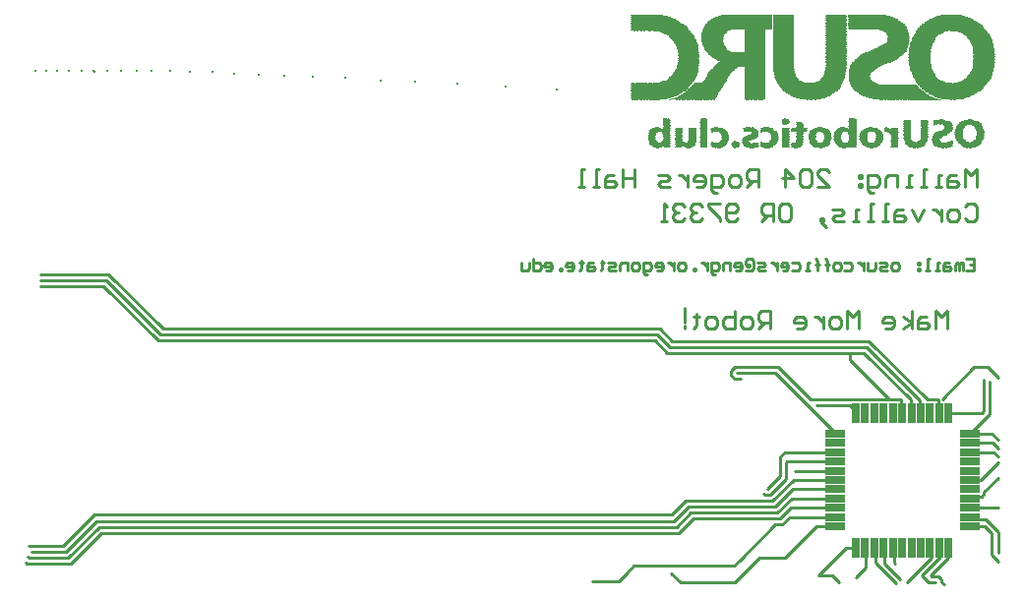
<source format=gbs>
G04 Layer_Color=16711935*
%FSLAX24Y24*%
%MOIN*%
G70*
G01*
G75*
%ADD30C,0.0100*%
%ADD46C,0.0030*%
%ADD78C,0.0080*%
%ADD81R,0.0671X0.0277*%
%ADD82R,0.0277X0.0671*%
D30*
X38846Y19331D02*
X39200Y18976D01*
X38386Y19331D02*
X38846D01*
X37296Y18241D02*
X38386Y19331D01*
X38698Y17839D02*
Y18898D01*
X38654Y17795D02*
X38698Y17839D01*
X37520Y17795D02*
X38654D01*
X38898Y17756D02*
Y18858D01*
X38228Y17087D02*
X38898Y17756D01*
X34173Y19579D02*
Y19822D01*
Y19579D02*
X35512Y18241D01*
X33030Y18041D02*
X34164D01*
X34409Y17795D01*
X30271Y18934D02*
X30472D01*
X30154Y19051D02*
X30271Y18934D01*
X30154Y19051D02*
Y19217D01*
X30271Y19334D01*
X31736D01*
X32830Y18241D01*
X35918D01*
Y17862D02*
Y18241D01*
Y17862D02*
X35984Y17795D01*
X6732Y22080D02*
X8889D01*
X10740Y20230D01*
X27572D01*
X27980Y19822D01*
X34651D01*
Y19822D02*
Y19822D01*
Y19822D02*
X36233Y18241D01*
Y17862D02*
Y18241D01*
Y17862D02*
X36299Y17795D01*
X6732Y22280D02*
X8972D01*
X10823Y20430D01*
X27559D01*
X27655D01*
X28063Y20022D01*
X34734D01*
X36548Y18209D01*
Y17862D02*
Y18209D01*
Y17862D02*
X36614Y17795D01*
X6732Y22480D02*
X9055D01*
X10906Y20630D01*
X18701D01*
X27738D01*
X28145Y20222D01*
X34817D01*
X36799Y18241D01*
X37178D01*
Y17862D02*
Y18241D01*
Y17862D02*
X37244Y17795D01*
X38982Y17087D02*
X39200Y16868D01*
X38268Y17087D02*
X38982D01*
X39014Y16772D02*
X39200Y16585D01*
X38268Y16772D02*
X39014D01*
X39046Y16457D02*
X39200Y16302D01*
X38268Y16457D02*
X39046D01*
X38610Y15512D02*
X39200Y16102D01*
X38268Y15512D02*
X38610D01*
X38713Y15103D02*
X39200Y15591D01*
X38713Y15036D02*
Y15103D01*
X38625Y14948D02*
X38713Y15036D01*
X38334Y14948D02*
X38625D01*
X38268Y14882D02*
X38334Y14948D01*
X39200Y14567D02*
X39200Y14567D01*
X38268Y14567D02*
X39200D01*
X39200Y13039D02*
Y13760D01*
X38775Y14185D02*
X39200Y13760D01*
X38334Y14185D02*
X38775D01*
X38268Y14252D02*
X38334Y14185D01*
X38976Y12980D02*
X39200Y12756D01*
X38976Y12980D02*
Y13071D01*
Y13701D01*
X38740Y13937D02*
X38976Y13701D01*
X38268Y13937D02*
X38740D01*
X37287Y12056D02*
X37362Y11981D01*
X37287Y12056D02*
Y12130D01*
X37169Y12247D02*
X37287Y12130D01*
X36933Y12247D02*
X37169D01*
X36901Y12280D02*
X36933Y12247D01*
X36901Y12280D02*
X37404Y12783D01*
X37405D01*
X37492Y12871D01*
Y13162D01*
X37559Y13228D01*
X36850Y12047D02*
X37087D01*
X36618Y12280D02*
X36850Y12047D01*
X36618Y12280D02*
X37244Y12906D01*
Y13228D01*
X36102Y12047D02*
X36929Y12874D01*
Y13228D01*
X35669Y12717D02*
X35709Y12677D01*
X35669Y12717D02*
Y13228D01*
X35354Y12684D02*
X35889Y12149D01*
X35354Y12684D02*
Y13228D01*
X35039Y12717D02*
X35748Y12008D01*
X35039Y12717D02*
Y13228D01*
X34370Y12205D02*
X34724Y12559D01*
Y13228D01*
X33583Y12283D02*
X33819Y12047D01*
X33110Y12283D02*
X33583D01*
X33110D02*
X34055Y13228D01*
X34409D01*
X28110Y12362D02*
X28425Y12047D01*
X28780D01*
X30276D01*
X31102Y12874D01*
X31969D01*
X32283Y13189D01*
X33031Y13937D01*
X33701D01*
X25433Y12087D02*
X26339D01*
X26614Y12362D01*
X26850Y12598D01*
X27835D01*
X30236D01*
X30433Y12795D01*
X31635Y13997D01*
X31875D01*
X32130Y14252D01*
X33701D01*
X6251Y12708D02*
X6291Y12668D01*
X7768D01*
X8811Y13711D01*
X28378D01*
X28864Y14197D01*
X31792D01*
X32162Y14567D01*
X33701D01*
X6315Y12926D02*
X6374Y12868D01*
X7685D01*
X8728Y13911D01*
X28295D01*
X28781Y14397D01*
X31709D01*
X32194Y14882D01*
X33701D01*
X6457Y13068D02*
X7603D01*
X8645Y14111D01*
X28212D01*
X28645Y14544D01*
X28699Y14597D01*
X31626D01*
X32226Y15197D01*
X33701D01*
X6339Y13268D02*
X7520D01*
X8583Y14331D01*
X10197D01*
X28150D01*
X28616Y14797D01*
X31544D01*
X32259Y15512D01*
X33701D01*
X32323Y15827D02*
X32323Y15827D01*
X33701D01*
X31237Y15055D02*
X31295Y14997D01*
X31461D01*
X32011Y15547D01*
Y16106D01*
X32047Y16142D01*
X32047Y16142D01*
X33701D01*
X31378Y15197D02*
X31811Y15630D01*
Y16299D01*
X31969Y16457D01*
X33701D01*
X30354Y19134D02*
X31654D01*
X33701Y17087D01*
X38483Y25450D02*
Y26050D01*
X38283Y25850D01*
X38083Y26050D01*
Y25450D01*
X37783Y25850D02*
X37583D01*
X37483Y25750D01*
Y25450D01*
X37783D01*
X37883Y25550D01*
X37783Y25650D01*
X37483D01*
X37283Y25450D02*
X37083D01*
X37183D01*
Y25850D01*
X37283D01*
X36783Y25450D02*
X36583D01*
X36683D01*
Y26050D01*
X36783D01*
X36283Y25450D02*
X36083D01*
X36183D01*
Y25850D01*
X36283D01*
X35784Y25450D02*
Y25850D01*
X35484D01*
X35384Y25750D01*
Y25450D01*
X34984Y25250D02*
X34884D01*
X34784Y25350D01*
Y25850D01*
X35084D01*
X35184Y25750D01*
Y25550D01*
X35084Y25450D01*
X34784D01*
X34584Y25850D02*
X34484D01*
Y25750D01*
X34584D01*
Y25850D01*
Y25550D02*
X34484D01*
Y25450D01*
X34584D01*
Y25550D01*
X33084Y25450D02*
X33484D01*
X33084Y25850D01*
Y25950D01*
X33184Y26050D01*
X33384D01*
X33484Y25950D01*
X32884D02*
X32785Y26050D01*
X32585D01*
X32485Y25950D01*
Y25550D01*
X32585Y25450D01*
X32785D01*
X32884Y25550D01*
Y25950D01*
X31985Y25450D02*
Y26050D01*
X32285Y25750D01*
X31885D01*
X31085Y25450D02*
Y26050D01*
X30785D01*
X30685Y25950D01*
Y25750D01*
X30785Y25650D01*
X31085D01*
X30885D02*
X30685Y25450D01*
X30385D02*
X30185D01*
X30085Y25550D01*
Y25750D01*
X30185Y25850D01*
X30385D01*
X30485Y25750D01*
Y25550D01*
X30385Y25450D01*
X29686Y25250D02*
X29586D01*
X29486Y25350D01*
Y25850D01*
X29785D01*
X29885Y25750D01*
Y25550D01*
X29785Y25450D01*
X29486D01*
X28986D02*
X29186D01*
X29286Y25550D01*
Y25750D01*
X29186Y25850D01*
X28986D01*
X28886Y25750D01*
Y25650D01*
X29286D01*
X28686Y25850D02*
Y25450D01*
Y25650D01*
X28586Y25750D01*
X28486Y25850D01*
X28386D01*
X28086Y25450D02*
X27786D01*
X27686Y25550D01*
X27786Y25650D01*
X27986D01*
X28086Y25750D01*
X27986Y25850D01*
X27686D01*
X26886Y26050D02*
Y25450D01*
Y25750D01*
X26487D01*
Y26050D01*
Y25450D01*
X26187Y25850D02*
X25987D01*
X25887Y25750D01*
Y25450D01*
X26187D01*
X26287Y25550D01*
X26187Y25650D01*
X25887D01*
X25687Y25450D02*
X25487D01*
X25587D01*
Y26050D01*
X25687D01*
X25187Y25450D02*
X24987D01*
X25087D01*
Y26050D01*
X25187D01*
X38083Y24790D02*
X38183Y24890D01*
X38383D01*
X38483Y24790D01*
Y24390D01*
X38383Y24290D01*
X38183D01*
X38083Y24390D01*
X37783Y24290D02*
X37583D01*
X37483Y24390D01*
Y24590D01*
X37583Y24690D01*
X37783D01*
X37883Y24590D01*
Y24390D01*
X37783Y24290D01*
X37283Y24690D02*
Y24290D01*
Y24490D01*
X37183Y24590D01*
X37083Y24690D01*
X36983D01*
X36683D02*
X36483Y24290D01*
X36283Y24690D01*
X35983D02*
X35784D01*
X35684Y24590D01*
Y24290D01*
X35983D01*
X36083Y24390D01*
X35983Y24490D01*
X35684D01*
X35484Y24290D02*
X35284D01*
X35384D01*
Y24890D01*
X35484D01*
X34984Y24290D02*
X34784D01*
X34884D01*
Y24890D01*
X34984D01*
X34484Y24290D02*
X34284D01*
X34384D01*
Y24690D01*
X34484D01*
X33984Y24290D02*
X33684D01*
X33584Y24390D01*
X33684Y24490D01*
X33884D01*
X33984Y24590D01*
X33884Y24690D01*
X33584D01*
X33284Y24190D02*
X33184Y24290D01*
Y24390D01*
X33284D01*
Y24290D01*
X33184D01*
X33284Y24190D01*
X33384Y24090D01*
X31885Y24890D02*
X32085D01*
X32185Y24790D01*
Y24390D01*
X32085Y24290D01*
X31885D01*
X31785Y24390D01*
Y24790D01*
X31885Y24890D01*
X31585Y24290D02*
Y24890D01*
X31285D01*
X31185Y24790D01*
Y24590D01*
X31285Y24490D01*
X31585D01*
X31385D02*
X31185Y24290D01*
X30385Y24390D02*
X30285Y24290D01*
X30085D01*
X29985Y24390D01*
Y24790D01*
X30085Y24890D01*
X30285D01*
X30385Y24790D01*
Y24690D01*
X30285Y24590D01*
X29985D01*
X29785Y24890D02*
X29386D01*
Y24790D01*
X29785Y24390D01*
Y24290D01*
X29186Y24790D02*
X29086Y24890D01*
X28886D01*
X28786Y24790D01*
Y24690D01*
X28886Y24590D01*
X28986D01*
X28886D01*
X28786Y24490D01*
Y24390D01*
X28886Y24290D01*
X29086D01*
X29186Y24390D01*
X28586Y24790D02*
X28486Y24890D01*
X28286D01*
X28186Y24790D01*
Y24690D01*
X28286Y24590D01*
X28386D01*
X28286D01*
X28186Y24490D01*
Y24390D01*
X28286Y24290D01*
X28486D01*
X28586Y24390D01*
X27986Y24290D02*
X27786D01*
X27886D01*
Y24890D01*
X27986Y24790D01*
X38123Y23006D02*
X38386D01*
Y22612D01*
X38123D01*
X38386Y22809D02*
X38255D01*
X37992Y22612D02*
Y22875D01*
X37927D01*
X37861Y22809D01*
Y22612D01*
Y22809D01*
X37795Y22875D01*
X37730Y22809D01*
Y22612D01*
X37533Y22875D02*
X37402D01*
X37336Y22809D01*
Y22612D01*
X37533D01*
X37599Y22678D01*
X37533Y22744D01*
X37336D01*
X37205Y22612D02*
X37074D01*
X37140D01*
Y22875D01*
X37205D01*
X36877Y22612D02*
X36746D01*
X36812D01*
Y23006D01*
X36877D01*
X36549Y22875D02*
X36484D01*
Y22809D01*
X36549D01*
Y22875D01*
Y22678D02*
X36484D01*
Y22612D01*
X36549D01*
Y22678D01*
X35762Y22612D02*
X35631D01*
X35565Y22678D01*
Y22809D01*
X35631Y22875D01*
X35762D01*
X35828Y22809D01*
Y22678D01*
X35762Y22612D01*
X35434D02*
X35237D01*
X35172Y22678D01*
X35237Y22744D01*
X35368D01*
X35434Y22809D01*
X35368Y22875D01*
X35172D01*
X35040D02*
Y22678D01*
X34975Y22612D01*
X34778D01*
Y22875D01*
X34647D02*
Y22612D01*
Y22744D01*
X34581Y22809D01*
X34516Y22875D01*
X34450D01*
X33991D02*
X34188D01*
X34253Y22809D01*
Y22678D01*
X34188Y22612D01*
X33991D01*
X33794D02*
X33663D01*
X33597Y22678D01*
Y22809D01*
X33663Y22875D01*
X33794D01*
X33860Y22809D01*
Y22678D01*
X33794Y22612D01*
X33401D02*
Y22940D01*
Y22809D01*
X33466D01*
X33335D01*
X33401D01*
Y22940D01*
X33335Y23006D01*
X33073Y22612D02*
Y22940D01*
Y22809D01*
X33138D01*
X33007D01*
X33073D01*
Y22940D01*
X33007Y23006D01*
X32810Y22612D02*
X32679D01*
X32745D01*
Y22875D01*
X32810D01*
X32220D02*
X32417D01*
X32482Y22809D01*
Y22678D01*
X32417Y22612D01*
X32220D01*
X31892D02*
X32023D01*
X32089Y22678D01*
Y22809D01*
X32023Y22875D01*
X31892D01*
X31826Y22809D01*
Y22744D01*
X32089D01*
X31695Y22875D02*
Y22612D01*
Y22744D01*
X31629Y22809D01*
X31564Y22875D01*
X31498D01*
X31302Y22612D02*
X31105D01*
X31039Y22678D01*
X31105Y22744D01*
X31236D01*
X31302Y22809D01*
X31236Y22875D01*
X31039D01*
X30711Y22744D02*
Y22809D01*
X30777D01*
Y22744D01*
X30711D01*
X30646Y22809D01*
Y22940D01*
X30711Y23006D01*
X30842D01*
X30908Y22940D01*
Y22678D01*
X30842Y22612D01*
X30646D01*
X30318D02*
X30449D01*
X30514Y22678D01*
Y22809D01*
X30449Y22875D01*
X30318D01*
X30252Y22809D01*
Y22744D01*
X30514D01*
X30121Y22612D02*
Y22875D01*
X29924D01*
X29858Y22809D01*
Y22612D01*
X29596Y22481D02*
X29530D01*
X29465Y22547D01*
Y22875D01*
X29662D01*
X29727Y22809D01*
Y22678D01*
X29662Y22612D01*
X29465D01*
X29334Y22875D02*
Y22612D01*
Y22744D01*
X29268Y22809D01*
X29202Y22875D01*
X29137D01*
X28940Y22612D02*
Y22678D01*
X28874D01*
Y22612D01*
X28940D01*
X28546D02*
X28415D01*
X28350Y22678D01*
Y22809D01*
X28415Y22875D01*
X28546D01*
X28612Y22809D01*
Y22678D01*
X28546Y22612D01*
X28219Y22875D02*
Y22612D01*
Y22744D01*
X28153Y22809D01*
X28087Y22875D01*
X28022D01*
X27628Y22612D02*
X27759D01*
X27825Y22678D01*
Y22809D01*
X27759Y22875D01*
X27628D01*
X27563Y22809D01*
Y22744D01*
X27825D01*
X27300Y22481D02*
X27235D01*
X27169Y22547D01*
Y22875D01*
X27366D01*
X27431Y22809D01*
Y22678D01*
X27366Y22612D01*
X27169D01*
X26972D02*
X26841D01*
X26775Y22678D01*
Y22809D01*
X26841Y22875D01*
X26972D01*
X27038Y22809D01*
Y22678D01*
X26972Y22612D01*
X26644D02*
Y22875D01*
X26447D01*
X26382Y22809D01*
Y22612D01*
X26251D02*
X26054D01*
X25988Y22678D01*
X26054Y22744D01*
X26185D01*
X26251Y22809D01*
X26185Y22875D01*
X25988D01*
X25791Y22940D02*
Y22875D01*
X25857D01*
X25726D01*
X25791D01*
Y22678D01*
X25726Y22612D01*
X25463Y22875D02*
X25332D01*
X25267Y22809D01*
Y22612D01*
X25463D01*
X25529Y22678D01*
X25463Y22744D01*
X25267D01*
X25070Y22940D02*
Y22875D01*
X25136D01*
X25004D01*
X25070D01*
Y22678D01*
X25004Y22612D01*
X24611D02*
X24742D01*
X24808Y22678D01*
Y22809D01*
X24742Y22875D01*
X24611D01*
X24545Y22809D01*
Y22744D01*
X24808D01*
X24414Y22612D02*
Y22678D01*
X24348D01*
Y22612D01*
X24414D01*
X23889D02*
X24020D01*
X24086Y22678D01*
Y22809D01*
X24020Y22875D01*
X23889D01*
X23824Y22809D01*
Y22744D01*
X24086D01*
X23430Y23006D02*
Y22612D01*
X23627D01*
X23692Y22678D01*
Y22809D01*
X23627Y22875D01*
X23430D01*
X23299D02*
Y22678D01*
X23233Y22612D01*
X23036D01*
Y22875D01*
X37480Y20630D02*
Y21230D01*
X37280Y21030D01*
X37080Y21230D01*
Y20630D01*
X36781Y21030D02*
X36581D01*
X36481Y20930D01*
Y20630D01*
X36781D01*
X36881Y20730D01*
X36781Y20830D01*
X36481D01*
X36281Y20630D02*
Y21230D01*
Y20830D02*
X35981Y21030D01*
X36281Y20830D02*
X35981Y20630D01*
X35381D02*
X35581D01*
X35681Y20730D01*
Y20930D01*
X35581Y21030D01*
X35381D01*
X35281Y20930D01*
Y20830D01*
X35681D01*
X34481Y20630D02*
Y21230D01*
X34281Y21030D01*
X34081Y21230D01*
Y20630D01*
X33782D02*
X33582D01*
X33482Y20730D01*
Y20930D01*
X33582Y21030D01*
X33782D01*
X33881Y20930D01*
Y20730D01*
X33782Y20630D01*
X33282Y21030D02*
Y20630D01*
Y20830D01*
X33182Y20930D01*
X33082Y21030D01*
X32982D01*
X32382Y20630D02*
X32582D01*
X32682Y20730D01*
Y20930D01*
X32582Y21030D01*
X32382D01*
X32282Y20930D01*
Y20830D01*
X32682D01*
X31482Y20630D02*
Y21230D01*
X31182D01*
X31082Y21130D01*
Y20930D01*
X31182Y20830D01*
X31482D01*
X31282D02*
X31082Y20630D01*
X30782D02*
X30583D01*
X30483Y20730D01*
Y20930D01*
X30583Y21030D01*
X30782D01*
X30882Y20930D01*
Y20730D01*
X30782Y20630D01*
X30283Y21230D02*
Y20630D01*
X29983D01*
X29883Y20730D01*
Y20830D01*
Y20930D01*
X29983Y21030D01*
X30283D01*
X29583Y20630D02*
X29383D01*
X29283Y20730D01*
Y20930D01*
X29383Y21030D01*
X29583D01*
X29683Y20930D01*
Y20730D01*
X29583Y20630D01*
X28983Y21130D02*
Y21030D01*
X29083D01*
X28883D01*
X28983D01*
Y20730D01*
X28883Y20630D01*
X28583Y20830D02*
Y21330D01*
Y20730D02*
Y20630D01*
D46*
X27600Y26788D02*
X27630D01*
X27660D02*
X27690D01*
X28657D02*
X28687D01*
X28717D02*
X28747D01*
X29593D02*
X29623D01*
X29683D02*
X29714D01*
X29744D02*
X29774D01*
X30257D02*
X30287D01*
X30771D02*
X30801D01*
X30831D02*
X30861D01*
X30891D02*
X30922D01*
X31284D02*
X31314D01*
X31344D02*
X31375D01*
X31405D02*
X31435D01*
X32281D02*
X32311D01*
X32341D02*
X32371D01*
X33126D02*
X33156D01*
X33187D02*
X33217D01*
X33911D02*
X33942D01*
X33972D02*
X34002D01*
X34848D02*
X34878D01*
X34908D02*
X34938D01*
X36297D02*
X36327D01*
X36358D02*
X36388D01*
X36448D02*
X36478D01*
X37264D02*
X37294D01*
X37324D02*
X37354D01*
X37415D02*
X37445D01*
X38109D02*
X38139D01*
X38200D02*
X38230D01*
X38260D02*
X38290D01*
X27509Y26818D02*
X27781D01*
X27871D02*
X28053D01*
X28234D02*
X28445D01*
X28566D02*
X28808D01*
X29110D02*
X29321D01*
X29502D02*
X29834D01*
X30197D02*
X30378D01*
X30650D02*
X31042D01*
X31163D02*
X31526D01*
X31858D02*
X31948D01*
X31979D02*
X32099D01*
X32190D02*
X32462D01*
X32945D02*
X33307D01*
X33821D02*
X34093D01*
X34153D02*
X34364D01*
X34727D02*
X35059D01*
X35542D02*
X35784D01*
X36176D02*
X36569D01*
X37143D02*
X37566D01*
X38019D02*
X38411D01*
X27479Y26848D02*
X27811D01*
X27841D02*
X28083D01*
X28264D02*
X28475D01*
X28506D02*
X28868D01*
X29110D02*
X29321D01*
X29472D02*
X29895D01*
X30167D02*
X30408D01*
X30589D02*
X31073D01*
X31133D02*
X31556D01*
X31858D02*
X32069D01*
X32220D02*
X32522D01*
X32915D02*
X33398D01*
X33760D02*
X34093D01*
X34123D02*
X34334D01*
X34666D02*
X35119D01*
X35572D02*
X35784D01*
X36146D02*
X36660D01*
X37052D02*
X37626D01*
X37958D02*
X38472D01*
X27418Y26879D02*
X28053D01*
X28264D02*
X28475D01*
X28506D02*
X28898D01*
X29110D02*
X29321D01*
X29472D02*
X29925D01*
X30167D02*
X30408D01*
X30559D02*
X31042D01*
X31133D02*
X31616D01*
X31858D02*
X32099D01*
X32190D02*
X32552D01*
X32885D02*
X33428D01*
X33730D02*
X34123D01*
X34153D02*
X34364D01*
X34606D02*
X35180D01*
X35572D02*
X35784D01*
X36116D02*
X36690D01*
X37022D02*
X37596D01*
X37928D02*
X38532D01*
X27388Y26909D02*
X28053D01*
X28234D02*
X28898D01*
X29110D02*
X29321D01*
X29442D02*
X29985D01*
X30136D02*
X30408D01*
X30529D02*
X31042D01*
X31133D02*
X31646D01*
X31858D02*
X32069D01*
X32190D02*
X32552D01*
X32854D02*
X33458D01*
X33700D02*
X34364D01*
X34576D02*
X35180D01*
X35572D02*
X35784D01*
X36056D02*
X36720D01*
X36992D02*
X37626D01*
X37898D02*
X38562D01*
X27388Y26939D02*
X27720D01*
X27751D02*
X28083D01*
X28264D02*
X28898D01*
X29110D02*
X29321D01*
X29472D02*
X29623D01*
X29653D02*
X29985D01*
X30167D02*
X30408D01*
X30529D02*
X30771D01*
X30891D02*
X30922D01*
X30952D02*
X31042D01*
X31133D02*
X31314D01*
X31344D02*
X31677D01*
X31858D02*
X32069D01*
X32220D02*
X32552D01*
X32824D02*
X33489D01*
X33670D02*
X34364D01*
X34576D02*
X34878D01*
X34908D02*
X35210D01*
X35572D02*
X35784D01*
X36056D02*
X36720D01*
X36962D02*
X37626D01*
X37837D02*
X38592D01*
X27358Y26969D02*
X27630D01*
X27781D02*
X28053D01*
X28234D02*
X28536D01*
X28687D02*
X28928D01*
X29079D02*
X29321D01*
X29472D02*
X29502D01*
X29744D02*
X30016D01*
X30197D02*
X30378D01*
X30499D02*
X30740D01*
X31133D02*
X31163D01*
X31435D02*
X31677D01*
X31858D02*
X32099D01*
X32341D02*
X32583D01*
X32794D02*
X33036D01*
X33247D02*
X33489D01*
X33670D02*
X33911D01*
X34093D02*
X34364D01*
X34546D02*
X34787D01*
X34999D02*
X35240D01*
X35572D02*
X35784D01*
X36025D02*
X36358D01*
X36448D02*
X36750D01*
X36962D02*
X37233D01*
X37475D02*
X37626D01*
X37837D02*
X38170D01*
X38260D02*
X38623D01*
X27358Y26999D02*
X27600D01*
X27811D02*
X28083D01*
X28264D02*
X28475D01*
X28687D02*
X28928D01*
X29110D02*
X29321D01*
X29774D02*
X30016D01*
X30227D02*
X30287D01*
X30529D02*
X30710D01*
X31435D02*
X31707D01*
X31858D02*
X32069D01*
X32341D02*
X32552D01*
X32794D02*
X33036D01*
X33277D02*
X33489D01*
X33640D02*
X33881D01*
X34123D02*
X34364D01*
X34546D02*
X34757D01*
X34999D02*
X35240D01*
X35542D02*
X35784D01*
X36025D02*
X36267D01*
X36478D02*
X36780D01*
X36962D02*
X37203D01*
X37566D02*
X37626D01*
X37807D02*
X38079D01*
X38351D02*
X38623D01*
X27358Y27030D02*
X27569D01*
X27841D02*
X28053D01*
X28234D02*
X28475D01*
X28717D02*
X28928D01*
X29110D02*
X29321D01*
X29804D02*
X30046D01*
X30499D02*
X30771D01*
X31465D02*
X31707D01*
X31858D02*
X32099D01*
X32341D02*
X32583D01*
X32794D02*
X33005D01*
X33277D02*
X33519D01*
X33640D02*
X33881D01*
X34153D02*
X34364D01*
X34515D02*
X34757D01*
X35029D02*
X35270D01*
X35572D02*
X35784D01*
X35995D02*
X36237D01*
X36539D02*
X36780D01*
X36931D02*
X37203D01*
X37807D02*
X38079D01*
X38381D02*
X38653D01*
X27328Y27060D02*
X27569D01*
X27841D02*
X28053D01*
X28264D02*
X28475D01*
X28717D02*
X28928D01*
X29110D02*
X29321D01*
X29804D02*
X30046D01*
X30529D02*
X30801D01*
X31495D02*
X31707D01*
X31858D02*
X32069D01*
X32341D02*
X32583D01*
X32794D02*
X33005D01*
X33307D02*
X33519D01*
X33640D02*
X33851D01*
X34153D02*
X34364D01*
X34515D02*
X34727D01*
X35059D02*
X35270D01*
X35572D02*
X35784D01*
X35995D02*
X36237D01*
X36539D02*
X36780D01*
X36962D02*
X37173D01*
X37777D02*
X38019D01*
X38411D02*
X38653D01*
X27328Y27090D02*
X27539D01*
X27841D02*
X28083D01*
X28234D02*
X28475D01*
X28717D02*
X28928D01*
X29110D02*
X29321D01*
X29834D02*
X30046D01*
X30529D02*
X30922D01*
X31495D02*
X31737D01*
X31858D02*
X32099D01*
X32371D02*
X32583D01*
X32764D02*
X32975D01*
X33307D02*
X33519D01*
X33609D02*
X33851D01*
X34153D02*
X34364D01*
X34485D02*
X34727D01*
X35029D02*
X35270D01*
X35572D02*
X35784D01*
X35995D02*
X36207D01*
X36569D02*
X36780D01*
X36931D02*
X37173D01*
X37777D02*
X38019D01*
X38441D02*
X38683D01*
X27328Y27120D02*
X27569D01*
X27871D02*
X28053D01*
X28234D02*
X28445D01*
X28717D02*
X28928D01*
X29110D02*
X29321D01*
X29834D02*
X30046D01*
X30529D02*
X30982D01*
X31495D02*
X31707D01*
X31858D02*
X32069D01*
X32371D02*
X32552D01*
X32764D02*
X32975D01*
X33307D02*
X33549D01*
X33640D02*
X33851D01*
X34153D02*
X34364D01*
X34515D02*
X34727D01*
X35029D02*
X35270D01*
X35572D02*
X35814D01*
X35965D02*
X36207D01*
X36569D02*
X36780D01*
X36962D02*
X37233D01*
X37747D02*
X37988D01*
X38441D02*
X38683D01*
X27328Y27150D02*
X27539D01*
X27841D02*
X28083D01*
X28264D02*
X28475D01*
X28717D02*
X28928D01*
X29079D02*
X29321D01*
X29804D02*
X30046D01*
X30589D02*
X31012D01*
X31495D02*
X31737D01*
X31858D02*
X32099D01*
X32341D02*
X32583D01*
X32764D02*
X33005D01*
X33307D02*
X33519D01*
X33640D02*
X33851D01*
X34153D02*
X34364D01*
X34515D02*
X34757D01*
X35059D02*
X35270D01*
X35572D02*
X35784D01*
X35995D02*
X36207D01*
X36569D02*
X36811D01*
X36962D02*
X37264D01*
X37747D02*
X37988D01*
X38441D02*
X38713D01*
X27328Y27181D02*
X27539D01*
X27841D02*
X28053D01*
X28264D02*
X28475D01*
X28717D02*
X28928D01*
X29110D02*
X29321D01*
X29834D02*
X30046D01*
X30650D02*
X31042D01*
X31495D02*
X31707D01*
X31858D02*
X32099D01*
X32341D02*
X32583D01*
X32764D02*
X33005D01*
X33307D02*
X33519D01*
X33609D02*
X33851D01*
X34153D02*
X34364D01*
X34485D02*
X34727D01*
X35029D02*
X35270D01*
X35572D02*
X35784D01*
X35995D02*
X36207D01*
X36569D02*
X36811D01*
X36962D02*
X37324D01*
X37747D02*
X37988D01*
X38441D02*
X38683D01*
X27328Y27211D02*
X27569D01*
X27841D02*
X28083D01*
X28234D02*
X28475D01*
X28717D02*
X28928D01*
X29110D02*
X29321D01*
X29804D02*
X30046D01*
X30710D02*
X31042D01*
X31495D02*
X31707D01*
X31858D02*
X32069D01*
X32371D02*
X32552D01*
X32764D02*
X32975D01*
X33307D02*
X33519D01*
X33640D02*
X33851D01*
X34153D02*
X34364D01*
X34515D02*
X34727D01*
X35059D02*
X35270D01*
X35572D02*
X35784D01*
X35965D02*
X36207D01*
X36569D02*
X36780D01*
X36992D02*
X37445D01*
X37747D02*
X37958D01*
X38472D02*
X38713D01*
X27358Y27241D02*
X27569D01*
X27841D02*
X28053D01*
X28264D02*
X28445D01*
X28717D02*
X28928D01*
X29110D02*
X29321D01*
X29804D02*
X30016D01*
X30801D02*
X31042D01*
X31465D02*
X31707D01*
X31858D02*
X32099D01*
X32371D02*
X32583D01*
X32764D02*
X33005D01*
X33277D02*
X33519D01*
X33640D02*
X33881D01*
X34123D02*
X34364D01*
X34515D02*
X34757D01*
X35029D02*
X35270D01*
X35542D02*
X35784D01*
X35965D02*
X36207D01*
X36569D02*
X36811D01*
X37022D02*
X37445D01*
X37717D02*
X37988D01*
X38472D02*
X38683D01*
X27328Y27271D02*
X27569D01*
X27811D02*
X28053D01*
X28234D02*
X28475D01*
X28717D02*
X28928D01*
X29110D02*
X29321D01*
X29774D02*
X30016D01*
X30831D02*
X31042D01*
X31465D02*
X31707D01*
X31858D02*
X32069D01*
X32341D02*
X32583D01*
X32794D02*
X33005D01*
X33277D02*
X33519D01*
X33640D02*
X33881D01*
X34123D02*
X34364D01*
X34515D02*
X34757D01*
X35029D02*
X35240D01*
X35512D02*
X35784D01*
X35995D02*
X36207D01*
X36569D02*
X36780D01*
X37052D02*
X37505D01*
X37747D02*
X37958D01*
X38472D02*
X38713D01*
X27358Y27301D02*
X27630D01*
X27811D02*
X28053D01*
X28264D02*
X28475D01*
X28717D02*
X28928D01*
X29110D02*
X29321D01*
X29472D02*
X29502D01*
X29744D02*
X30016D01*
X30831D02*
X31042D01*
X31133D02*
X31163D01*
X31405D02*
X31677D01*
X31858D02*
X32099D01*
X32371D02*
X32583D01*
X32794D02*
X33036D01*
X33217D02*
X33489D01*
X33640D02*
X33911D01*
X34093D02*
X34364D01*
X34546D02*
X34787D01*
X34999D02*
X35240D01*
X35452D02*
X35814D01*
X35995D02*
X36207D01*
X36569D02*
X36780D01*
X37082D02*
X37535D01*
X37717D02*
X37988D01*
X38472D02*
X38713D01*
X27358Y27332D02*
X27660D01*
X27690D02*
X28053D01*
X28234D02*
X28475D01*
X28717D02*
X28928D01*
X29110D02*
X29321D01*
X29472D02*
X29593D01*
X29623D02*
X29985D01*
X30559D02*
X30620D01*
X30801D02*
X31042D01*
X31163D02*
X31284D01*
X31314D02*
X31677D01*
X31858D02*
X32069D01*
X32220D02*
X32673D01*
X32824D02*
X33096D01*
X33126D02*
X33156D01*
X33187D02*
X33489D01*
X33670D02*
X33972D01*
X34002D02*
X34364D01*
X34546D02*
X34878D01*
X34908D02*
X35210D01*
X35331D02*
X35784D01*
X35965D02*
X36207D01*
X36569D02*
X36811D01*
X37173D02*
X37596D01*
X37747D02*
X37958D01*
X38472D02*
X38713D01*
X27388Y27362D02*
X28053D01*
X28234D02*
X28445D01*
X28717D02*
X28928D01*
X29110D02*
X29321D01*
X29472D02*
X29955D01*
X30559D02*
X31042D01*
X31133D02*
X31646D01*
X31858D02*
X32099D01*
X32190D02*
X32673D01*
X32824D02*
X33458D01*
X33670D02*
X34364D01*
X34576D02*
X35180D01*
X35331D02*
X35784D01*
X35995D02*
X36207D01*
X36569D02*
X36811D01*
X37233D02*
X37596D01*
X37747D02*
X37988D01*
X38472D02*
X38683D01*
X27388Y27392D02*
X28083D01*
X28264D02*
X28475D01*
X28717D02*
X28928D01*
X29110D02*
X29321D01*
X29472D02*
X29925D01*
X30559D02*
X31012D01*
X31133D02*
X31586D01*
X31858D02*
X32069D01*
X32190D02*
X32703D01*
X32854D02*
X33428D01*
X33700D02*
X34123D01*
X34153D02*
X34364D01*
X34606D02*
X35180D01*
X35331D02*
X35542D01*
X35572D02*
X35784D01*
X35965D02*
X36207D01*
X36569D02*
X36780D01*
X37294D02*
X37596D01*
X37747D02*
X37988D01*
X38441D02*
X38683D01*
X27418Y27422D02*
X27811D01*
X27841D02*
X28053D01*
X28234D02*
X28475D01*
X28717D02*
X28928D01*
X29110D02*
X29321D01*
X29442D02*
X29895D01*
X30559D02*
X30982D01*
X31163D02*
X31556D01*
X31858D02*
X32069D01*
X32190D02*
X32673D01*
X32915D02*
X33398D01*
X33730D02*
X34093D01*
X34153D02*
X34364D01*
X34636D02*
X35119D01*
X35331D02*
X35542D01*
X35572D02*
X35784D01*
X35995D02*
X36207D01*
X36569D02*
X36811D01*
X37354D02*
X37626D01*
X37747D02*
X37988D01*
X38441D02*
X38683D01*
X27479Y27452D02*
X27751D01*
X27841D02*
X28083D01*
X28264D02*
X28475D01*
X28717D02*
X28928D01*
X29079D02*
X29321D01*
X29472D02*
X29834D01*
X30529D02*
X30922D01*
X31133D02*
X31526D01*
X31858D02*
X32099D01*
X32220D02*
X32703D01*
X32975D02*
X33307D01*
X33760D02*
X34062D01*
X34153D02*
X34364D01*
X34697D02*
X35089D01*
X35331D02*
X35482D01*
X35572D02*
X35784D01*
X35965D02*
X36207D01*
X36569D02*
X36780D01*
X37384D02*
X37626D01*
X37777D02*
X38019D01*
X38411D02*
X38653D01*
X27569Y27483D02*
X27660D01*
X27841D02*
X28053D01*
X29110D02*
X29321D01*
X29563D02*
X29683D01*
X30650D02*
X30771D01*
X30831D02*
X30861D01*
X31254D02*
X31344D01*
X31375D02*
X31405D01*
X32341D02*
X32583D01*
X33066D02*
X33126D01*
X33156D02*
X33217D01*
X33851D02*
X33911D01*
X33942D02*
X33972D01*
X34153D02*
X34364D01*
X34817D02*
X34908D01*
X35361D02*
X35421D01*
X35995D02*
X36207D01*
X36599D02*
X36811D01*
X37384D02*
X37626D01*
X37777D02*
X38049D01*
X38411D02*
X38653D01*
X27871Y27513D02*
X28083D01*
X29110D02*
X29321D01*
X32371D02*
X32583D01*
X34123D02*
X34364D01*
X35965D02*
X36207D01*
X36569D02*
X36780D01*
X37384D02*
X37596D01*
X37777D02*
X38049D01*
X38381D02*
X38653D01*
X27841Y27543D02*
X28083D01*
X29110D02*
X29321D01*
X32371D02*
X32583D01*
X34153D02*
X34364D01*
X35995D02*
X36207D01*
X36569D02*
X36780D01*
X36992D02*
X37022D01*
X37354D02*
X37626D01*
X37807D02*
X38109D01*
X38321D02*
X38623D01*
X27841Y27573D02*
X28053D01*
X29110D02*
X29321D01*
X31918D02*
X32009D01*
X32341D02*
X32583D01*
X34153D02*
X34364D01*
X35965D02*
X36207D01*
X36569D02*
X36811D01*
X36992D02*
X37113D01*
X37203D02*
X37233D01*
X37294D02*
X37596D01*
X37837D02*
X38170D01*
X38200D02*
X38592D01*
X27841Y27603D02*
X28053D01*
X29110D02*
X29321D01*
X31888D02*
X32069D01*
X32371D02*
X32552D01*
X34153D02*
X34364D01*
X35965D02*
X36207D01*
X36569D02*
X36780D01*
X36992D02*
X37596D01*
X37868D02*
X38592D01*
X27841Y27634D02*
X28083D01*
X29079D02*
X29321D01*
X31858D02*
X32099D01*
X32341D02*
X32492D01*
X34153D02*
X34364D01*
X35995D02*
X36207D01*
X36569D02*
X36811D01*
X36992D02*
X37566D01*
X37868D02*
X38532D01*
X27871Y27664D02*
X28053D01*
X29110D02*
X29321D01*
X31858D02*
X32099D01*
X34153D02*
X34364D01*
X35965D02*
X36207D01*
X36599D02*
X36780D01*
X36992D02*
X37535D01*
X37928D02*
X38502D01*
X27841Y27694D02*
X28053D01*
X29110D02*
X29321D01*
X31858D02*
X32099D01*
X34123D02*
X34364D01*
X35995D02*
X36207D01*
X36569D02*
X36811D01*
X36992D02*
X37505D01*
X37958D02*
X38472D01*
X27841Y27724D02*
X28083D01*
X29110D02*
X29321D01*
X31858D02*
X32069D01*
X34153D02*
X34364D01*
X35995D02*
X36086D01*
X36116D02*
X36207D01*
X36569D02*
X36780D01*
X37022D02*
X37384D01*
X38049D02*
X38351D01*
X27841Y27754D02*
X28053D01*
X29110D02*
X29321D01*
X31888D02*
X32069D01*
X34153D02*
X34364D01*
X37203D02*
X37233D01*
X37264D02*
X37294D01*
X38170D02*
X38200D01*
X38230D02*
X38260D01*
X27841Y27785D02*
X27871D01*
X27902D02*
X27932D01*
X27992D02*
X28022D01*
X29140D02*
X29170D01*
X29200D02*
X29230D01*
X29261D02*
X29291D01*
X31948D02*
X31979D01*
X34153D02*
X34183D01*
X34213D02*
X34244D01*
X34274D02*
X34304D01*
X26758Y28427D02*
X26789D01*
X26819D02*
X26849D01*
X26879D02*
X26909D01*
X26940D02*
X26970D01*
X27030D02*
X27060D01*
X27091D02*
X27121D01*
X27181D02*
X27211D01*
X27272D02*
X27302D01*
X27362D02*
X27393D01*
X27453D02*
X27513D01*
X27544D02*
X27574D01*
X27604D02*
X27634D01*
X27664D02*
X27695D01*
X28057D02*
X28087D01*
X28268D02*
X28299D01*
X28389D02*
X28419D01*
X28480D02*
X28510D01*
X28540D02*
X28570D01*
X28631D02*
X28661D01*
X28721D02*
X28752D01*
X28812D02*
X28842D01*
X28903D02*
X28963D01*
X28993D02*
X29023D01*
X29054D02*
X29084D01*
X29114D02*
X29144D01*
X29205D02*
X29235D01*
X29265D02*
X29295D01*
X29356D02*
X29386D01*
X29446D02*
X29476D01*
X29537D02*
X29567D01*
X30654D02*
X30684D01*
X30715D02*
X30745D01*
X30805D02*
X30835D01*
X30896D02*
X30926D01*
X30986D02*
X31017D01*
X31077D02*
X31137D01*
X31168D02*
X31198D01*
X32708D02*
X32738D01*
X32798D02*
X32829D01*
X32859D02*
X32889D01*
X32980D02*
X33010D01*
X35184D02*
X35214D01*
X35245D02*
X35275D01*
X35335D02*
X35365D01*
X35426D02*
X35486D01*
X35516D02*
X35547D01*
X35577D02*
X35607D01*
X35637D02*
X35667D01*
X35728D02*
X35758D01*
X35788D02*
X35818D01*
X35879D02*
X35909D01*
X35969D02*
X36000D01*
X36030D02*
X36060D01*
X36151D02*
X36211D01*
X36241D02*
X36271D01*
X36302D02*
X36332D01*
X36362D02*
X36392D01*
X36453D02*
X36483D01*
X36513D02*
X36543D01*
X36573D02*
X36604D01*
X36634D02*
X36664D01*
X36694D02*
X36755D01*
X36785D02*
X36815D01*
X36845D02*
X36875D01*
X36906D02*
X36936D01*
X36966D02*
X36996D01*
X37026D02*
X37057D01*
X37087D02*
X37117D01*
X37147D02*
X37177D01*
X37208D02*
X37238D01*
X37570D02*
X37600D01*
X37661D02*
X37691D01*
X37721D02*
X37751D01*
X26758Y28457D02*
X27936D01*
X28117D02*
X29567D01*
X30624D02*
X31288D01*
X32466D02*
X33100D01*
X33131D02*
X33161D01*
X34943D02*
X37117D01*
X37268D02*
X37298D01*
X37328D02*
X37932D01*
X37963D02*
X37993D01*
X26728Y28487D02*
X28027D01*
X28057D02*
X28087D01*
X28238D02*
X29597D01*
X30624D02*
X31288D01*
X32345D02*
X33312D01*
X34792D02*
X36996D01*
X37147D02*
X37177D01*
X37208D02*
X38083D01*
X26758Y28517D02*
X28178D01*
X28329D02*
X29627D01*
X30594D02*
X31258D01*
X32255D02*
X33372D01*
X34701D02*
X36936D01*
X37057D02*
X38204D01*
X26728Y28547D02*
X28268D01*
X28389D02*
X29627D01*
X30624D02*
X31288D01*
X32164D02*
X33463D01*
X34610D02*
X36845D01*
X36996D02*
X38234D01*
X26758Y28578D02*
X28329D01*
X28450D02*
X29658D01*
X30624D02*
X31288D01*
X32134D02*
X33493D01*
X34550D02*
X36815D01*
X36936D02*
X38325D01*
X26728Y28608D02*
X28389D01*
X28510D02*
X29688D01*
X30594D02*
X31258D01*
X32074D02*
X33553D01*
X34490D02*
X36755D01*
X36845D02*
X38385D01*
X26758Y28638D02*
X28450D01*
X28540D02*
X29688D01*
X30624D02*
X31288D01*
X32013D02*
X33614D01*
X34459D02*
X36724D01*
X36845D02*
X38446D01*
X26758Y28668D02*
X28480D01*
X28601D02*
X29718D01*
X30624D02*
X31288D01*
X31983D02*
X33644D01*
X34399D02*
X36664D01*
X36755D02*
X38476D01*
X26728Y28698D02*
X28540D01*
X28601D02*
X29718D01*
X30624D02*
X31258D01*
X31953D02*
X33674D01*
X34369D02*
X36634D01*
X36724D02*
X38536D01*
X26758Y28729D02*
X28570D01*
X28661D02*
X29748D01*
X30594D02*
X31288D01*
X31892D02*
X33735D01*
X34339D02*
X36604D01*
X36694D02*
X38567D01*
X26728Y28759D02*
X28601D01*
X28691D02*
X29778D01*
X30624D02*
X31288D01*
X31862D02*
X33735D01*
X34308D02*
X36573D01*
X36664D02*
X38597D01*
X26758Y28789D02*
X28661D01*
X28721D02*
X29778D01*
X30594D02*
X31288D01*
X31862D02*
X33795D01*
X34278D02*
X36543D01*
X36604D02*
X38627D01*
X26728Y28819D02*
X28661D01*
X28752D02*
X29809D01*
X30624D02*
X31258D01*
X31832D02*
X33795D01*
X34278D02*
X36483D01*
X36604D02*
X38687D01*
X26758Y28849D02*
X28691D01*
X28782D02*
X29839D01*
X30624D02*
X31258D01*
X31802D02*
X33825D01*
X34248D02*
X36483D01*
X36543D02*
X38687D01*
X26728Y28880D02*
X28721D01*
X28812D02*
X29839D01*
X30594D02*
X31288D01*
X31772D02*
X33825D01*
X34218D02*
X36453D01*
X36543D02*
X38718D01*
X26758Y28910D02*
X28752D01*
X28842D02*
X29869D01*
X30624D02*
X31258D01*
X31772D02*
X33855D01*
X34218D02*
X36392D01*
X36483D02*
X38748D01*
X26728Y28940D02*
X28782D01*
X28872D02*
X29869D01*
X30624D02*
X31288D01*
X31741D02*
X33886D01*
X34188D02*
X35124D01*
X36483D02*
X38778D01*
X26789Y28970D02*
X26849D01*
X26909D02*
X26940D01*
X26970D02*
X27000D01*
X27030D02*
X27060D01*
X27091D02*
X27121D01*
X27151D02*
X27181D01*
X27211D02*
X27272D01*
X27332D02*
X27362D01*
X27393D02*
X27453D01*
X27513D02*
X27574D01*
X27604D02*
X28812D01*
X28903D02*
X28933D01*
X28963D02*
X28993D01*
X29023D02*
X29054D01*
X29084D02*
X29114D01*
X29144D02*
X29899D01*
X30594D02*
X31288D01*
X31711D02*
X32678D01*
X32708D02*
X32768D01*
X32798D02*
X32829D01*
X32889D02*
X33886D01*
X34188D02*
X35033D01*
X36453D02*
X37540D01*
X37570D02*
X37600D01*
X37661D02*
X37721D01*
X37751D02*
X38808D01*
X27755Y29000D02*
X28812D01*
X29174D02*
X29929D01*
X30624D02*
X31258D01*
X31711D02*
X32587D01*
X33010D02*
X33916D01*
X34188D02*
X34973D01*
X36422D02*
X37389D01*
X37842D02*
X38808D01*
X27815Y29031D02*
X28842D01*
X29205D02*
X29929D01*
X30624D02*
X31288D01*
X31711D02*
X32496D01*
X33100D02*
X33916D01*
X34157D02*
X34912D01*
X36422D02*
X37298D01*
X37932D02*
X38838D01*
X27876Y29061D02*
X28872D01*
X29205D02*
X29960D01*
X30624D02*
X31288D01*
X31681D02*
X32466D01*
X33131D02*
X33916D01*
X34157D02*
X34882D01*
X36392D02*
X37238D01*
X37993D02*
X38869D01*
X27966Y29091D02*
X28872D01*
X29235D02*
X29990D01*
X30594D02*
X31258D01*
X31681D02*
X32406D01*
X33191D02*
X33946D01*
X34157D02*
X34882D01*
X36362D02*
X37208D01*
X38023D02*
X38869D01*
X27997Y29121D02*
X28903D01*
X29265D02*
X29990D01*
X30624D02*
X31288D01*
X31651D02*
X32406D01*
X33191D02*
X33946D01*
X34157D02*
X34852D01*
X36362D02*
X37147D01*
X38053D02*
X38899D01*
X28057Y29151D02*
X28903D01*
X29265D02*
X30020D01*
X30594D02*
X31288D01*
X31651D02*
X32376D01*
X33221D02*
X33976D01*
X34157D02*
X34852D01*
X36332D02*
X37117D01*
X38114D02*
X38929D01*
X28057Y29182D02*
X28933D01*
X29295D02*
X30020D01*
X30624D02*
X31258D01*
X31621D02*
X32345D01*
X33251D02*
X33976D01*
X34127D02*
X34852D01*
X36302D02*
X37087D01*
X38144D02*
X38929D01*
X28117Y29212D02*
X28933D01*
X29325D02*
X30050D01*
X30624D02*
X31288D01*
X31651D02*
X32315D01*
X33282D02*
X33976D01*
X34127D02*
X34822D01*
X36302D02*
X37057D01*
X38144D02*
X38929D01*
X28148Y29242D02*
X28963D01*
X29325D02*
X30080D01*
X30594D02*
X31288D01*
X31621D02*
X32315D01*
X33282D02*
X33976D01*
X34157D02*
X34852D01*
X36302D02*
X37057D01*
X38174D02*
X38959D01*
X28178Y29272D02*
X28963D01*
X29356D02*
X30080D01*
X30624D02*
X31288D01*
X31621D02*
X32315D01*
X33312D02*
X34006D01*
X34127D02*
X34852D01*
X36271D02*
X37026D01*
X38204D02*
X38959D01*
X28178Y29302D02*
X28963D01*
X29386D02*
X30111D01*
X30624D02*
X31258D01*
X31621D02*
X32285D01*
X33312D02*
X33976D01*
X34157D02*
X34852D01*
X36271D02*
X36996D01*
X38234D02*
X38989D01*
X28208Y29333D02*
X28993D01*
X29386D02*
X30141D01*
X30594D02*
X31258D01*
X31621D02*
X32285D01*
X33312D02*
X34006D01*
X34127D02*
X34882D01*
X36271D02*
X36966D01*
X38234D02*
X38989D01*
X28238Y29363D02*
X28993D01*
X29416D02*
X30141D01*
X30624D02*
X31288D01*
X31590D02*
X32285D01*
X33312D02*
X34006D01*
X34157D02*
X34912D01*
X36241D02*
X36966D01*
X38265D02*
X38989D01*
X28238Y29393D02*
X28993D01*
X29446D02*
X30171D01*
X30624D02*
X31258D01*
X31621D02*
X32255D01*
X33342D02*
X34006D01*
X34157D02*
X34943D01*
X36241D02*
X36966D01*
X38265D02*
X39020D01*
X28238Y29423D02*
X29023D01*
X29446D02*
X30231D01*
X30594D02*
X31288D01*
X31590D02*
X32255D01*
X33342D02*
X34006D01*
X34157D02*
X34973D01*
X36211D02*
X36936D01*
X38295D02*
X39020D01*
X28268Y29453D02*
X28993D01*
X29476D02*
X30231D01*
X30624D02*
X31288D01*
X31590D02*
X32285D01*
X33342D02*
X34006D01*
X34157D02*
X35003D01*
X36211D02*
X36936D01*
X38295D02*
X39020D01*
X28299Y29484D02*
X29023D01*
X29537D02*
X30292D01*
X30624D02*
X31258D01*
X31590D02*
X32255D01*
X33342D02*
X34037D01*
X34188D02*
X35063D01*
X36211D02*
X36906D01*
X38325D02*
X39020D01*
X28299Y29514D02*
X29023D01*
X29537D02*
X30352D01*
X30594D02*
X31288D01*
X31590D02*
X32255D01*
X33342D02*
X34037D01*
X34188D02*
X35124D01*
X36211D02*
X36906D01*
X38325D02*
X39050D01*
X28299Y29544D02*
X29023D01*
X29567D02*
X31288D01*
X31590D02*
X32255D01*
X33372D02*
X34006D01*
X34188D02*
X35184D01*
X36211D02*
X36906D01*
X38325D02*
X39050D01*
X28299Y29574D02*
X29054D01*
X29597D02*
X31258D01*
X31590D02*
X32255D01*
X33342D02*
X34037D01*
X34188D02*
X35245D01*
X36181D02*
X36906D01*
X38325D02*
X39050D01*
X28329Y29604D02*
X29023D01*
X29627D02*
X31288D01*
X31560D02*
X32255D01*
X33372D02*
X34037D01*
X34218D02*
X35305D01*
X36181D02*
X36906D01*
X38355D02*
X39050D01*
X28329Y29635D02*
X29054D01*
X29658D02*
X31288D01*
X31590D02*
X32255D01*
X33372D02*
X34037D01*
X34248D02*
X35396D01*
X36181D02*
X36875D01*
X38355D02*
X39050D01*
X28329Y29665D02*
X29023D01*
X29718D02*
X31258D01*
X31590D02*
X32255D01*
X33342D02*
X34006D01*
X34248D02*
X35456D01*
X36181D02*
X36875D01*
X38355D02*
X39050D01*
X28329Y29695D02*
X29054D01*
X29778D02*
X31288D01*
X31560D02*
X32255D01*
X33372D02*
X34037D01*
X34278D02*
X35547D01*
X36181D02*
X36875D01*
X38355D02*
X39080D01*
X28359Y29725D02*
X29054D01*
X29778D02*
X31288D01*
X31590D02*
X32255D01*
X33342D02*
X34037D01*
X34308D02*
X35607D01*
X36181D02*
X36875D01*
X38355D02*
X39050D01*
X28329Y29755D02*
X29054D01*
X29658D02*
X29688D01*
X29718D02*
X31288D01*
X31590D02*
X32255D01*
X33372D02*
X34006D01*
X34339D02*
X35667D01*
X36151D02*
X36875D01*
X38355D02*
X39050D01*
X28359Y29786D02*
X29054D01*
X29627D02*
X31258D01*
X31590D02*
X32225D01*
X33342D02*
X34037D01*
X34339D02*
X35728D01*
X36181D02*
X36875D01*
X38355D02*
X39080D01*
X28329Y29816D02*
X29023D01*
X29567D02*
X31258D01*
X31560D02*
X32255D01*
X33372D02*
X34037D01*
X34399D02*
X35788D01*
X36181D02*
X36875D01*
X38385D02*
X39050D01*
X28359Y29846D02*
X29054D01*
X29507D02*
X31288D01*
X31590D02*
X32255D01*
X33342D02*
X34006D01*
X34429D02*
X35818D01*
X36151D02*
X36875D01*
X38355D02*
X39050D01*
X28359Y29876D02*
X29054D01*
X29476D02*
X31258D01*
X31590D02*
X32255D01*
X33342D02*
X34037D01*
X34459D02*
X35849D01*
X36181D02*
X36875D01*
X38355D02*
X39080D01*
X28329Y29906D02*
X29054D01*
X29446D02*
X31288D01*
X31590D02*
X32225D01*
X33372D02*
X34037D01*
X34520D02*
X35909D01*
X36181D02*
X36875D01*
X38355D02*
X39050D01*
X28329Y29937D02*
X29054D01*
X29386D02*
X31288D01*
X31560D02*
X32255D01*
X33372D02*
X34006D01*
X34550D02*
X35939D01*
X36151D02*
X36875D01*
X38385D02*
X39080D01*
X28359Y29967D02*
X29023D01*
X29386D02*
X31258D01*
X31590D02*
X32255D01*
X33342D02*
X34037D01*
X34610D02*
X35969D01*
X36181D02*
X36875D01*
X38355D02*
X39050D01*
X28329Y29997D02*
X29054D01*
X29325D02*
X31288D01*
X31590D02*
X32255D01*
X33372D02*
X34037D01*
X34671D02*
X36000D01*
X36181D02*
X36875D01*
X38355D02*
X39050D01*
X28329Y30027D02*
X29023D01*
X29325D02*
X30201D01*
X30594D02*
X31288D01*
X31590D02*
X32255D01*
X33342D02*
X34006D01*
X34731D02*
X36000D01*
X36181D02*
X36875D01*
X38355D02*
X39050D01*
X28329Y30057D02*
X29023D01*
X29295D02*
X30111D01*
X30624D02*
X31258D01*
X31560D02*
X32255D01*
X33372D02*
X34037D01*
X34792D02*
X36060D01*
X36181D02*
X36906D01*
X38355D02*
X39050D01*
X28329Y30088D02*
X29023D01*
X29265D02*
X30050D01*
X30594D02*
X31288D01*
X31590D02*
X32225D01*
X33342D02*
X34037D01*
X34882D02*
X36060D01*
X36181D02*
X36875D01*
X38355D02*
X39050D01*
X28329Y30118D02*
X29023D01*
X29235D02*
X29990D01*
X30624D02*
X31288D01*
X31590D02*
X32255D01*
X33372D02*
X34037D01*
X34943D02*
X36090D01*
X36181D02*
X36875D01*
X38355D02*
X39050D01*
X28299Y30148D02*
X29023D01*
X29235D02*
X29960D01*
X30624D02*
X31258D01*
X31590D02*
X32255D01*
X33342D02*
X34037D01*
X35003D02*
X36090D01*
X36181D02*
X36906D01*
X38325D02*
X39050D01*
X28299Y30178D02*
X29023D01*
X29235D02*
X29929D01*
X30594D02*
X31288D01*
X31560D02*
X32225D01*
X33342D02*
X34006D01*
X35124D02*
X36120D01*
X36181D02*
X36906D01*
X38325D02*
X39020D01*
X28299Y30208D02*
X28993D01*
X29205D02*
X29929D01*
X30624D02*
X31288D01*
X31590D02*
X32255D01*
X33372D02*
X34037D01*
X35154D02*
X36120D01*
X36211D02*
X36906D01*
X38325D02*
X39020D01*
X28268Y30239D02*
X28993D01*
X29205D02*
X29899D01*
X30624D02*
X31288D01*
X31590D02*
X32255D01*
X33372D02*
X34006D01*
X35214D02*
X36120D01*
X36211D02*
X36936D01*
X38295D02*
X39020D01*
X28268Y30269D02*
X28993D01*
X29174D02*
X29869D01*
X30624D02*
X31258D01*
X31590D02*
X32225D01*
X33342D02*
X34037D01*
X35275D02*
X36151D01*
X36211D02*
X36936D01*
X38295D02*
X39020D01*
X28238Y30299D02*
X28963D01*
X29174D02*
X29869D01*
X30594D02*
X31258D01*
X31560D02*
X32255D01*
X33342D02*
X34006D01*
X35335D02*
X36151D01*
X36211D02*
X36936D01*
X38295D02*
X39020D01*
X28238Y30329D02*
X28963D01*
X29174D02*
X29869D01*
X30624D02*
X31288D01*
X31590D02*
X32255D01*
X33372D02*
X34037D01*
X35365D02*
X36151D01*
X36211D02*
X36936D01*
X38265D02*
X38989D01*
X28208Y30359D02*
X28963D01*
X29174D02*
X29869D01*
X30594D02*
X31258D01*
X31590D02*
X32255D01*
X33372D02*
X34037D01*
X35396D02*
X36151D01*
X36211D02*
X36966D01*
X38265D02*
X38989D01*
X28208Y30390D02*
X28933D01*
X29144D02*
X29839D01*
X30624D02*
X31288D01*
X31590D02*
X32255D01*
X33342D02*
X34037D01*
X35426D02*
X36151D01*
X36241D02*
X36996D01*
X38234D02*
X38989D01*
X28178Y30420D02*
X28933D01*
X29144D02*
X29839D01*
X30624D02*
X31288D01*
X31560D02*
X32255D01*
X33372D02*
X34006D01*
X35426D02*
X36181D01*
X36271D02*
X36996D01*
X38234D02*
X38959D01*
X28148Y30450D02*
X28933D01*
X29144D02*
X29839D01*
X30594D02*
X31258D01*
X31590D02*
X32255D01*
X33342D02*
X34037D01*
X35456D02*
X36151D01*
X36271D02*
X37026D01*
X38204D02*
X38959D01*
X28117Y30480D02*
X28903D01*
X29144D02*
X29869D01*
X30624D02*
X31288D01*
X31590D02*
X32255D01*
X33372D02*
X34006D01*
X35456D02*
X36181D01*
X36271D02*
X37026D01*
X38174D02*
X38929D01*
X28087Y30510D02*
X28872D01*
X29144D02*
X29839D01*
X30624D02*
X31288D01*
X31590D02*
X32225D01*
X33342D02*
X34037D01*
X35456D02*
X36151D01*
X36271D02*
X37057D01*
X38144D02*
X38929D01*
X28057Y30541D02*
X28872D01*
X29144D02*
X29869D01*
X30594D02*
X31258D01*
X31560D02*
X32255D01*
X33372D02*
X34006D01*
X35486D02*
X36181D01*
X36302D02*
X37087D01*
X38144D02*
X38899D01*
X28027Y30571D02*
X28872D01*
X29144D02*
X29869D01*
X30624D02*
X31288D01*
X31590D02*
X32255D01*
X33342D02*
X34037D01*
X35456D02*
X36151D01*
X36332D02*
X37117D01*
X38114D02*
X38899D01*
X27966Y30601D02*
X28842D01*
X29144D02*
X29869D01*
X30624D02*
X31288D01*
X31590D02*
X32255D01*
X33342D02*
X34037D01*
X35456D02*
X36151D01*
X36332D02*
X37147D01*
X38053D02*
X38869D01*
X27936Y30631D02*
X28812D01*
X29144D02*
X29899D01*
X30594D02*
X31288D01*
X31590D02*
X32255D01*
X33372D02*
X34006D01*
X35426D02*
X36151D01*
X36362D02*
X37177D01*
X38023D02*
X38869D01*
X27876Y30661D02*
X28812D01*
X29174D02*
X29899D01*
X30624D02*
X31258D01*
X31560D02*
X32255D01*
X33372D02*
X34037D01*
X35396D02*
X36151D01*
X36362D02*
X37238D01*
X37993D02*
X38838D01*
X27815Y30692D02*
X28782D01*
X29144D02*
X29960D01*
X30624D02*
X31288D01*
X31590D02*
X32255D01*
X33342D02*
X34006D01*
X35396D02*
X36151D01*
X36392D02*
X37298D01*
X37932D02*
X38808D01*
X27725Y30722D02*
X28752D01*
X29174D02*
X29960D01*
X30594D02*
X31288D01*
X31590D02*
X32255D01*
X33372D02*
X34037D01*
X35335D02*
X36120D01*
X36392D02*
X37328D01*
X37842D02*
X38808D01*
X26849Y30752D02*
X26879D01*
X26940D02*
X26970D01*
X27091D02*
X27121D01*
X27181D02*
X27211D01*
X27332D02*
X27393D01*
X27513D02*
X27544D01*
X27574D02*
X28752D01*
X29174D02*
X30020D01*
X30624D02*
X31258D01*
X31590D02*
X32225D01*
X33342D02*
X34037D01*
X35275D02*
X36120D01*
X36422D02*
X37479D01*
X37570D02*
X37600D01*
X37630D02*
X37661D01*
X37721D02*
X38778D01*
X26728Y30782D02*
X28691D01*
X29174D02*
X30111D01*
X30624D02*
X31288D01*
X31560D02*
X32255D01*
X33372D02*
X34006D01*
X35184D02*
X36120D01*
X36453D02*
X38748D01*
X26758Y30812D02*
X28691D01*
X29205D02*
X30201D01*
X30231D02*
X30322D01*
X30352D02*
X30382D01*
X30413D02*
X30473D01*
X30503D02*
X30533D01*
X30564D02*
X31288D01*
X31319D02*
X31379D01*
X31409D02*
X31439D01*
X31470D02*
X31500D01*
X31590D02*
X32255D01*
X33342D02*
X34037D01*
X34127D02*
X34399D01*
X34429D02*
X34580D01*
X34610D02*
X34822D01*
X34852D02*
X36090D01*
X36483D02*
X38718D01*
X26728Y30843D02*
X28631D01*
X29205D02*
X31500D01*
X31590D02*
X32255D01*
X33372D02*
X34037D01*
X34097D02*
X36090D01*
X36483D02*
X38687D01*
X26758Y30873D02*
X28631D01*
X29235D02*
X31500D01*
X31590D02*
X32225D01*
X33342D02*
X34006D01*
X34127D02*
X36060D01*
X36543D02*
X38687D01*
X26728Y30903D02*
X28601D01*
X29235D02*
X31500D01*
X31560D02*
X32255D01*
X33342D02*
X34037D01*
X34097D02*
X36030D01*
X36543D02*
X38627D01*
X26758Y30933D02*
X28540D01*
X29265D02*
X31500D01*
X31590D02*
X32255D01*
X33372D02*
X34037D01*
X34097D02*
X36000D01*
X36604D02*
X38627D01*
X26728Y30963D02*
X28510D01*
X29265D02*
X31500D01*
X31590D02*
X32255D01*
X33372D02*
X34006D01*
X34097D02*
X36000D01*
X36604D02*
X38567D01*
X26758Y30994D02*
X28480D01*
X29295D02*
X31500D01*
X31590D02*
X32255D01*
X33342D02*
X34037D01*
X34127D02*
X35939D01*
X36664D02*
X38536D01*
X26728Y31024D02*
X28419D01*
X29325D02*
X31500D01*
X31560D02*
X32255D01*
X33342D02*
X34037D01*
X34097D02*
X35939D01*
X36694D02*
X38506D01*
X26758Y31054D02*
X28389D01*
X29356D02*
X31500D01*
X31590D02*
X32225D01*
X33372D02*
X34006D01*
X34127D02*
X35879D01*
X36724D02*
X38476D01*
X26728Y31084D02*
X28329D01*
X29386D02*
X31500D01*
X31590D02*
X32255D01*
X33372D02*
X34037D01*
X34097D02*
X35849D01*
X36785D02*
X38416D01*
X26758Y31114D02*
X28268D01*
X29446D02*
X31500D01*
X31590D02*
X32255D01*
X33342D02*
X34037D01*
X34127D02*
X35788D01*
X36845D02*
X38355D01*
X26728Y31145D02*
X28238D01*
X29476D02*
X31500D01*
X31560D02*
X32225D01*
X33372D02*
X34037D01*
X34097D02*
X35758D01*
X36875D02*
X38295D01*
X26758Y31175D02*
X28148D01*
X29537D02*
X31500D01*
X31590D02*
X32255D01*
X33342D02*
X34006D01*
X34127D02*
X35667D01*
X36966D02*
X38234D01*
X26728Y31205D02*
X28087D01*
X29597D02*
X31500D01*
X31590D02*
X32255D01*
X33372D02*
X34037D01*
X34097D02*
X35607D01*
X37026D02*
X38144D01*
X26758Y31235D02*
X27966D01*
X29718D02*
X31500D01*
X31590D02*
X32225D01*
X33342D02*
X34037D01*
X34097D02*
X35516D01*
X37117D02*
X38053D01*
X26728Y31265D02*
X27815D01*
X29809D02*
X29839D01*
X29869D02*
X31500D01*
X31560D02*
X32255D01*
X33372D02*
X34006D01*
X34097D02*
X35365D01*
X37238D02*
X37932D01*
X26758Y31296D02*
X26789D01*
X26849D02*
X26879D01*
X26909D02*
X26940D01*
X26970D02*
X27030D01*
X27060D02*
X27091D01*
X27121D02*
X27151D01*
X27181D02*
X27211D01*
X27242D02*
X27272D01*
X27302D02*
X27332D01*
X27362D02*
X27393D01*
X27423D02*
X27453D01*
X27513D02*
X27544D01*
X27574D02*
X27604D01*
X27634D02*
X27664D01*
X29960D02*
X29990D01*
X30080D02*
X30111D01*
X30141D02*
X30171D01*
X30201D02*
X30231D01*
X30262D02*
X30292D01*
X30322D02*
X30352D01*
X30413D02*
X30443D01*
X30473D02*
X30503D01*
X30533D02*
X30564D01*
X30594D02*
X30654D01*
X30684D02*
X30715D01*
X30775D02*
X30805D01*
X30866D02*
X30896D01*
X30926D02*
X30956D01*
X30986D02*
X31017D01*
X31047D02*
X31077D01*
X31137D02*
X31168D01*
X31198D02*
X31228D01*
X31258D02*
X31288D01*
X31319D02*
X31379D01*
X31439D02*
X31470D01*
X31590D02*
X31621D01*
X31651D02*
X31681D01*
X31711D02*
X31741D01*
X31772D02*
X31802D01*
X31862D02*
X31892D01*
X31923D02*
X31953D01*
X31983D02*
X32013D01*
X32043D02*
X32104D01*
X32134D02*
X32164D01*
X32194D02*
X32225D01*
X33372D02*
X33402D01*
X33433D02*
X33463D01*
X33493D02*
X33553D01*
X33584D02*
X33614D01*
X33674D02*
X33704D01*
X33765D02*
X33795D01*
X33825D02*
X33855D01*
X33886D02*
X33916D01*
X33946D02*
X33976D01*
X34157D02*
X34188D01*
X34218D02*
X34278D01*
X34308D02*
X34339D01*
X34369D02*
X34399D01*
X34429D02*
X34459D01*
X34490D02*
X34520D01*
X34550D02*
X34580D01*
X34610D02*
X34641D01*
X34671D02*
X34701D01*
X34761D02*
X34792D01*
X34822D02*
X34852D01*
X34882D02*
X34912D01*
X34943D02*
X35003D01*
X35033D02*
X35063D01*
X35124D02*
X35154D01*
X37419D02*
X37449D01*
X37510D02*
X37540D01*
X37570D02*
X37600D01*
X37661D02*
X37691D01*
X37721D02*
X37751D01*
D78*
X24252Y28740D02*
D03*
X22520Y28858D02*
D03*
X20866Y28937D02*
D03*
X19449Y29016D02*
D03*
X18268Y29055D02*
D03*
X17087Y29134D02*
D03*
X15984Y29173D02*
D03*
X15000Y29213D02*
D03*
X14134Y29252D02*
D03*
X13307Y29291D02*
D03*
X12559Y29331D02*
D03*
X11811D02*
D03*
X11142Y29370D02*
D03*
X10512D02*
D03*
X10000D02*
D03*
X9488D02*
D03*
X9016D02*
D03*
X8543D02*
D03*
X8150D02*
D03*
X7717D02*
D03*
X7323D02*
D03*
X6929D02*
D03*
X6575D02*
D03*
X8583Y29331D02*
D03*
D81*
X38228Y17087D02*
D03*
Y16772D02*
D03*
Y16457D02*
D03*
Y16142D02*
D03*
Y15827D02*
D03*
Y15512D02*
D03*
Y15197D02*
D03*
Y14882D02*
D03*
Y14567D02*
D03*
Y14252D02*
D03*
Y13937D02*
D03*
X33661D02*
D03*
Y14252D02*
D03*
Y14567D02*
D03*
Y14882D02*
D03*
Y15197D02*
D03*
Y15512D02*
D03*
Y15827D02*
D03*
Y16142D02*
D03*
Y16457D02*
D03*
Y16772D02*
D03*
Y17087D02*
D03*
D82*
X37520Y13228D02*
D03*
X37205D02*
D03*
X36890D02*
D03*
X36575D02*
D03*
X36260D02*
D03*
X35945D02*
D03*
X35630D02*
D03*
X35315D02*
D03*
X35000D02*
D03*
X34685D02*
D03*
X34370D02*
D03*
Y17795D02*
D03*
X34685D02*
D03*
X35000D02*
D03*
X35315D02*
D03*
X35630D02*
D03*
X35945D02*
D03*
X36260D02*
D03*
X36575D02*
D03*
X36890D02*
D03*
X37205D02*
D03*
X37520D02*
D03*
M02*

</source>
